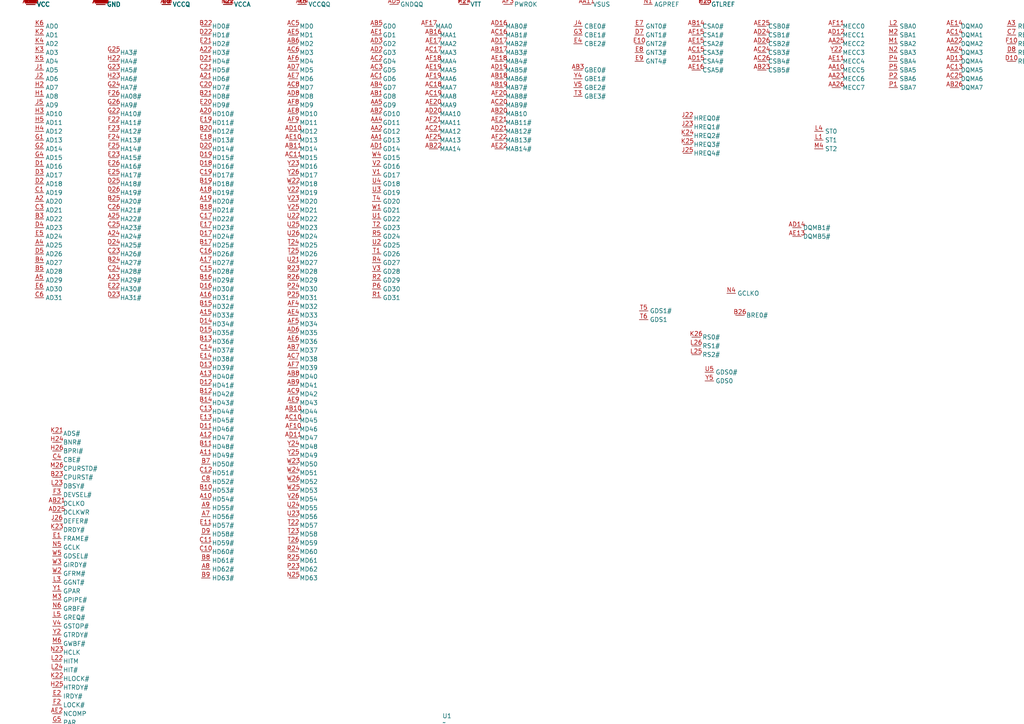
<source format=kicad_sch>
(kicad_sch (version 20231120) (generator "eeschema") (generator_version "8.0")
  (paper "A4")
  (lib_symbols
    (symbol "Library:VT82C694X"
      (property "Reference" "U" (at -19.05 106.68 0))
      (symbol "VT82C694X_0_0"
        (pin input line (at -92.71 93.98 0) (length 2.54) (name "GND") (number "A1"))
        (pin bidirectional line (at -62.23 -49.53 0) (length 2.54) (name "HD54#") (number "A10"))
        (pin bidirectional line (at -62.23 -36.83 0) (length 2.54) (name "HD49#") (number "A11"))
        (pin bidirectional line (at -62.23 -31.75 0) (length 2.54) (name "HD47#") (number "A12"))
        (pin bidirectional line (at -62.23 -13.97 0) (length 2.54) (name "HD40#") (number "A13"))
        (pin power_in line (at -92.71 93.98 0) (length 2.54) (name "GND") (number "A14"))
        (pin bidirectional line (at -62.23 3.81 0) (length 2.54) (name "HD33#") (number "A15"))
        (pin bidirectional line (at -62.23 8.89 0) (length 2.54) (name "HD31#") (number "A16"))
        (pin bidirectional line (at -62.23 19.05 0) (length 2.54) (name "HD27#") (number "A17"))
        (pin bidirectional line (at -62.23 39.37 0) (length 2.54) (name "HD19#") (number "A18"))
        (pin bidirectional line (at -62.23 36.83 0) (length 2.54) (name "HD20#") (number "A19"))
        (pin bidirectional line (at -110.49 36.83 0) (length 2.54) (name "AD20") (number "A2"))
        (pin bidirectional line (at -62.23 62.23 0) (length 2.54) (name "HD10#") (number "A20"))
        (pin bidirectional line (at -62.23 72.39 0) (length 2.54) (name "HD6#") (number "A21"))
        (pin bidirectional line (at -62.23 80.01 0) (length 2.54) (name "HD3#") (number "A22"))
        (pin bidirectional line (at -88.9 13.97 0) (length 2.54) (name "HA29#") (number "A23"))
        (pin bidirectional line (at -88.9 26.67 0) (length 2.54) (name "HA24#") (number "A24"))
        (pin bidirectional line (at -88.9 31.75 0) (length 2.54) (name "HA22#") (number "A25"))
        (pin power_in line (at -92.71 93.98 0) (length 2.54) (name "GND") (number "A26"))
        (pin input line (at 171.45 87.63 0) (length 2.54) (name "REQ0#") (number "A3"))
        (pin bidirectional line (at -110.49 24.13 0) (length 2.54) (name "AD25") (number "A4"))
        (pin bidirectional line (at -110.49 13.97 0) (length 2.54) (name "AD29") (number "A5"))
        (pin input line (at -105.41 -127 0) (length 2.54) (name "RESET#") (number "A6"))
        (pin bidirectional line (at -62.23 -54.61 0) (length 2.54) (name "HD56#") (number "A7"))
        (pin bidirectional line (at -62.23 -69.85 0) (length 2.54) (name "HD62#") (number "A8"))
        (pin bidirectional line (at -62.23 -52.07 0) (length 2.54) (name "HD55#") (number "A9"))
        (pin bidirectional line (at 120.65 74.93 0) (length 2.54) (name "MECC5") (number "AA10"))
        (pin power_in line (at 48.26 93.98 0) (length 2.54) (name "VSUS") (number "AA11"))
        (pin input line (at -105.41 -149.86 0) (length 2.54) (name "SUST#") (number "AA12"))
        (pin output line (at -105.41 -144.78 0) (length 2.54) (name "SRASB#") (number "AA17"))
        (pin power_in line (at -113.03 93.98 0) (length 2.54) (name "VCC") (number "AA18"))
        (pin power_in line (at -92.71 93.98 0) (length 2.54) (name "GND") (number "AA19"))
        (pin bidirectional line (at -12.7 57.15 0) (length 2.54) (name "GD12") (number "AA2"))
        (pin power_in line (at -113.03 93.98 0) (length 2.54) (name "VCC") (number "AA20"))
        (pin power_in line (at -92.71 93.98 0) (length 2.54) (name "GND") (number "AA21"))
        (pin output line (at 154.94 82.55 0) (length 2.54) (name "DQMA2") (number "AA22"))
        (pin bidirectional line (at 120.65 72.39 0) (length 2.54) (name "MECC6") (number "AA23"))
        (pin output line (at 154.94 80.01 0) (length 2.54) (name "DQMA3") (number "AA24"))
        (pin bidirectional line (at 120.65 82.55 0) (length 2.54) (name "MECC2") (number "AA25"))
        (pin bidirectional line (at 120.65 69.85 0) (length 2.54) (name "MECC7") (number "AA26"))
        (pin power_in line (at -73.66 93.98 0) (length 2.54) (name "VCCQ") (number "AA3"))
        (pin bidirectional line (at -12.7 59.69 0) (length 2.54) (name "GD11") (number "AA4"))
        (pin bidirectional line (at -12.7 64.77 0) (length 2.54) (name "GD9") (number "AA5"))
        (pin power_in line (at -92.71 93.98 0) (length 2.54) (name "GND") (number "AA6"))
        (pin input line (at -73.66 93.98 0) (length 2.54) (name "VCCQ") (number "AA7"))
        (pin power_in line (at -92.71 93.98 0) (length 2.54) (name "GND") (number "AA8"))
        (pin power_in line (at -113.03 93.98 0) (length 2.54) (name "VCC") (number "AA9"))
        (pin bidirectional line (at -12.7 67.31 0) (length 2.54) (name "GD8") (number "AB1"))
        (pin bidirectional line (at -36.83 -24.13 0) (length 2.54) (name "MD44") (number "AB10"))
        (pin bidirectional line (at -36.83 52.07 0) (length 2.54) (name "MD14") (number "AB11"))
        (pin power_in line (at -92.71 93.98 0) (length 2.54) (name "GND") (number "AB12"))
        (pin output line (at -105.41 -137.16 0) (length 2.54) (name "SCASB#") (number "AB13"))
        (pin output line (at 80.01 87.63 0) (length 2.54) (name "CSA0#") (number "AB14"))
        (pin power_in line (at -92.71 93.98 0) (length 2.54) (name "GND") (number "AB15"))
        (pin output line (at 3.81 85.09 0) (length 2.54) (name "MAA1") (number "AB16"))
        (pin output line (at 22.86 80.01 0) (length 2.54) (name "MAB3#") (number "AB17"))
        (pin output line (at 22.86 72.39 0) (length 2.54) (name "MAB6#") (number "AB18"))
        (pin bidirectional line (at -12.7 62.23 0) (length 2.54) (name "GD10") (number "AB2"))
        (pin output line (at 22.86 62.23 0) (length 2.54) (name "MAB10") (number "AB20"))
        (pin output line (at -105.41 -50.8 0) (length 2.54) (name "DCLKO") (number "AB21"))
        (pin output line (at 3.81 52.07 0) (length 2.54) (name "MAA14") (number "AB22"))
        (pin output line (at 99.06 74.93 0) (length 2.54) (name "CSB5#") (number "AB23"))
        (pin power_in line (at -92.71 93.98 0) (length 2.54) (name "GND") (number "AB24"))
        (pin power_in line (at -92.71 93.98 0) (length 2.54) (name "GND") (number "AB25"))
        (pin output line (at 154.94 69.85 0) (length 2.54) (name "DQMA7") (number "AB26"))
        (pin bidirectional line (at 45.72 74.93 0) (length 2.54) (name "GBE0#") (number "AB3"))
        (pin bidirectional line (at -12.7 69.85 0) (length 2.54) (name "GD7") (number "AB4"))
        (pin bidirectional line (at -12.7 87.63 0) (length 2.54) (name "GD0") (number "AB5"))
        (pin bidirectional line (at -36.83 82.55 0) (length 2.54) (name "MD2") (number "AB6"))
        (pin bidirectional line (at -36.83 -6.35 0) (length 2.54) (name "MD37") (number "AB7"))
        (pin bidirectional line (at -36.83 -13.97 0) (length 2.54) (name "MD40") (number "AB8"))
        (pin bidirectional line (at -36.83 -16.51 0) (length 2.54) (name "MD41") (number "AB9"))
        (pin bidirectional line (at -12.7 72.39 0) (length 2.54) (name "GD6") (number "AC1"))
        (pin bidirectional line (at -36.83 49.53 0) (length 2.54) (name "MD15") (number "AC11"))
        (pin output line (at -105.41 -154.94 0) (length 2.54) (name "SWEB#") (number "AC12"))
        (pin output line (at 154.94 74.93 0) (length 2.54) (name "DQMA5") (number "AC13"))
        (pin output line (at 154.94 85.09 0) (length 2.54) (name "DQMA1") (number "AC14"))
        (pin output line (at 80.01 80.01 0) (length 2.54) (name "CSA3#") (number "AC15"))
        (pin output line (at 22.86 85.09 0) (length 2.54) (name "MAB1#") (number "AC16"))
        (pin output line (at 3.81 80.01 0) (length 2.54) (name "MAA3") (number "AC17"))
        (pin output line (at 3.81 69.85 0) (length 2.54) (name "MAA7") (number "AC18"))
        (pin output line (at 3.81 67.31 0) (length 2.54) (name "MAA8") (number "AC19"))
        (pin bidirectional line (at -12.7 77.47 0) (length 2.54) (name "GD4") (number "AC2"))
        (pin output line (at 22.86 64.77 0) (length 2.54) (name "MAB9#") (number "AC20"))
        (pin output line (at 3.81 57.15 0) (length 2.54) (name "MAA12") (number "AC21"))
        (pin output line (at 187.96 87.63 0) (length 2.54) (name "CKE0") (number "AC22"))
        (pin output line (at 187.96 77.47 0) (length 2.54) (name "CKE4") (number "AC23"))
        (pin output line (at 99.06 80.01 0) (length 2.54) (name "CSB3#") (number "AC24"))
        (pin output line (at 154.94 72.39 0) (length 2.54) (name "DQMA6") (number "AC25"))
        (pin output line (at 99.06 77.47 0) (length 2.54) (name "CSB4#") (number "AC26"))
        (pin bidirectional line (at -12.7 74.93 0) (length 2.54) (name "GD5") (number "AC3"))
        (pin power_in line (at -92.71 93.98 0) (length 2.54) (name "GND") (number "AC4"))
        (pin bidirectional line (at -36.83 87.63 0) (length 2.54) (name "MD0") (number "AC5"))
        (pin bidirectional line (at -36.83 80.01 0) (length 2.54) (name "MD3") (number "AC6"))
        (pin bidirectional line (at -36.83 -8.89 0) (length 2.54) (name "MD38") (number "AC7"))
        (pin bidirectional line (at -36.83 69.85 0) (length 2.54) (name "MD7") (number "AC8"))
        (pin bidirectional line (at -36.83 -19.05 0) (length 2.54) (name "MD42") (number "AC9"))
        (pin bidirectional line (at -12.7 52.07 0) (length 2.54) (name "GD14") (number "AD1"))
        (pin bidirectional line (at -36.83 57.15 0) (length 2.54) (name "MD12") (number "AD10"))
        (pin bidirectional line (at -36.83 -31.75 0) (length 2.54) (name "MD47") (number "AD11"))
        (pin bidirectional line (at 120.65 85.09 0) (length 2.54) (name "MECC1") (number "AD12"))
        (pin output line (at 154.94 77.47 0) (length 2.54) (name "DQMA4") (number "AD13"))
        (pin output line (at 109.22 29.21 0) (length 2.54) (name "DQMB1#") (number "AD14"))
        (pin output line (at 80.01 77.47 0) (length 2.54) (name "CSA4#") (number "AD15"))
        (pin output line (at 22.86 87.63 0) (length 2.54) (name "MAB0#") (number "AD16"))
        (pin output line (at 22.86 82.55 0) (length 2.54) (name "MAB2#") (number "AD17"))
        (pin power_in line (at -92.71 93.98 0) (length 2.54) (name "GND") (number "AD18"))
        (pin output line (at 22.86 74.93 0) (length 2.54) (name "MAB5#") (number "AD19"))
        (pin bidirectional line (at -12.7 80.01 0) (length 2.54) (name "GD3") (number "AD2"))
        (pin output line (at 3.81 62.23 0) (length 2.54) (name "MAA10") (number "AD20"))
        (pin output line (at 22.86 57.15 0) (length 2.54) (name "MAB12#") (number "AD21"))
        (pin power_in line (at -92.71 93.98 0) (length 2.54) (name "GND") (number "AD22"))
        (pin output line (at 187.96 80.01 0) (length 2.54) (name "CKE3") (number "AD23"))
        (pin output line (at 99.06 85.09 0) (length 2.54) (name "CSB1#") (number "AD24"))
        (pin input line (at -105.41 -53.34 0) (length 2.54) (name "DCLKWR") (number "AD25"))
        (pin input line (at 99.06 82.55 0) (length 2.54) (name "CSB2#") (number "AD26"))
        (pin bidirectional line (at -12.7 82.55 0) (length 2.54) (name "GD2") (number "AD3"))
        (pin power_in line (at -34.29 93.98 0) (length 2.54) (name "VCCQQ") (number "AD4"))
        (pin power_in line (at -7.62 93.98 0) (length 2.54) (name "GNDQQ") (number "AD5"))
        (pin bidirectional line (at -36.83 -1.27 0) (length 2.54) (name "MD35") (number "AD6"))
        (pin bidirectional line (at -36.83 74.93 0) (length 2.54) (name "MD5") (number "AD7"))
        (pin bidirectional line (at -36.83 67.31 0) (length 2.54) (name "MD8") (number "AD8"))
        (pin power_in line (at -92.71 93.98 0) (length 2.54) (name "GND") (number "AD9"))
        (pin bidirectional line (at -36.83 54.61 0) (length 2.54) (name "MD13") (number "AE10"))
        (pin bidirectional line (at 120.65 77.47 0) (length 2.54) (name "MECC4") (number "AE11"))
        (pin output line (at -105.41 -152.4 0) (length 2.54) (name "SWEA#") (number "AE12"))
        (pin output line (at 109.22 26.67 0) (length 2.54) (name "DQMB5#") (number "AE13"))
        (pin output line (at 154.94 87.63 0) (length 2.54) (name "DQMA0") (number "AE14"))
        (pin output line (at 80.01 82.55 0) (length 2.54) (name "CSA2#") (number "AE15"))
        (pin output line (at 80.01 74.93 0) (length 2.54) (name "CSA5#") (number "AE16"))
        (pin output line (at 3.81 82.55 0) (length 2.54) (name "MAA2") (number "AE17"))
        (pin output line (at 22.86 77.47 0) (length 2.54) (name "MAB4#") (number "AE18"))
        (pin output line (at 3.81 74.93 0) (length 2.54) (name "MAA5") (number "AE19"))
        (pin input line (at -105.41 -111.76 0) (length 2.54) (name "NCOMP") (number "AE2"))
        (pin output line (at 3.81 64.77 0) (length 2.54) (name "MAA9") (number "AE20"))
        (pin output line (at 22.86 59.69 0) (length 2.54) (name "MAB11#") (number "AE21"))
        (pin output line (at 22.86 52.07 0) (length 2.54) (name "MAB14#") (number "AE22"))
        (pin power_in line (at -92.71 93.98 0) (length 2.54) (name "GND") (number "AE23"))
        (pin output line (at 187.96 82.55 0) (length 2.54) (name "CKE2") (number "AE24"))
        (pin output line (at 99.06 87.63 0) (length 2.54) (name "CSB0#") (number "AE25"))
        (pin power_in line (at -113.03 93.98 0) (length 2.54) (name "VCC") (number "AE26"))
        (pin output line (at -105.41 -162.56 0) (length 2.54) (name "WSC#") (number "AE3"))
        (pin bidirectional line (at -36.83 3.81 0) (length 2.54) (name "MD33") (number "AE4"))
        (pin bidirectional line (at -36.83 85.09 0) (length 2.54) (name "MD1") (number "AE5"))
        (pin bidirectional line (at -36.83 -3.81 0) (length 2.54) (name "MD36") (number "AE6"))
        (pin bidirectional line (at -36.83 72.39 0) (length 2.54) (name "MD6") (number "AE7"))
        (pin bidirectional line (at -36.83 62.23 0) (length 2.54) (name "MD10") (number "AE8"))
        (pin bidirectional line (at -36.83 -21.59 0) (length 2.54) (name "MD43") (number "AE9"))
        (pin power_in line (at -92.71 93.98 0) (length 2.54) (name "GND") (number "AF1"))
        (pin bidirectional line (at -36.83 -29.21 0) (length 2.54) (name "MD46") (number "AF10"))
        (pin bidirectional line (at 120.65 87.63 0) (length 2.54) (name "MECC0") (number "AF11"))
        (pin bidirectional line (at -105.41 -134.62 0) (length 2.54) (name "SCASA#") (number "AF12"))
        (pin power_in line (at -92.71 93.98 0) (length 2.54) (name "GND") (number "AF13"))
        (pin power_in line (at -113.03 93.98 0) (length 2.54) (name "VCC") (number "AF14"))
        (pin output line (at 80.01 85.09 0) (length 2.54) (name "CSA1#") (number "AF15"))
        (pin output line (at -105.41 -142.24 0) (length 2.54) (name "SRASA#") (number "AF16"))
        (pin output line (at 2.54 87.63 0) (length 2.54) (name "MAA0") (number "AF17"))
        (pin output line (at 3.81 77.47 0) (length 2.54) (name "MAA4") (number "AF18"))
        (pin output line (at 3.81 72.39 0) (length 2.54) (name "MAA6") (number "AF19"))
        (pin input line (at -105.41 -121.92 0) (length 2.54) (name "PCOMP") (number "AF2"))
        (pin output line (at 22.86 67.31 0) (length 2.54) (name "MAB8#") (number "AF20"))
        (pin output line (at 3.81 59.69 0) (length 2.54) (name "MAA11") (number "AF21"))
        (pin output line (at 22.86 54.61 0) (length 2.54) (name "MAB13#") (number "AF22"))
        (pin output line (at 187.96 85.09 0) (length 2.54) (name "CKE1") (number "AF23"))
        (pin output line (at 3.81 54.61 0) (length 2.54) (name "MAA13") (number "AF25"))
        (pin input line (at 25.4 93.98 0) (length 2.54) (name "PWROK") (number "AF3"))
        (pin bidirectional line (at -36.83 6.35 0) (length 2.54) (name "MD32") (number "AF4"))
        (pin bidirectional line (at -36.83 1.27 0) (length 2.54) (name "MD34") (number "AF5"))
        (pin bidirectional line (at -36.83 77.47 0) (length 2.54) (name "MD4") (number "AF6"))
        (pin bidirectional line (at -36.83 -11.43 0) (length 2.54) (name "MD39") (number "AF7"))
        (pin bidirectional line (at -36.83 64.77 0) (length 2.54) (name "MD9") (number "AF8"))
        (pin bidirectional line (at -36.83 59.69 0) (length 2.54) (name "MD11") (number "AF9"))
        (pin power_in line (at -113.03 93.98 0) (length 2.54) (name "VCC") (number "B1"))
        (pin bidirectional line (at -62.23 -46.99 0) (length 2.54) (name "HD53#") (number "B10"))
        (pin bidirectional line (at -62.23 -34.29 0) (length 2.54) (name "HD48#") (number "B11"))
        (pin bidirectional line (at -62.23 -19.05 0) (length 2.54) (name "HD42#") (number "B12"))
        (pin bidirectional line (at -62.23 -3.81 0) (length 2.54) (name "HD36#") (number "B13"))
        (pin bidirectional line (at -62.23 -21.59 0) (length 2.54) (name "HD43#") (number "B14"))
        (pin bidirectional line (at -62.23 6.35 0) (length 2.54) (name "HD32#") (number "B15"))
        (pin bidirectional line (at -62.23 13.97 0) (length 2.54) (name "HD29#") (number "B16"))
        (pin bidirectional line (at -62.23 24.13 0) (length 2.54) (name "HD25#") (number "B17"))
        (pin bidirectional line (at -62.23 34.29 0) (length 2.54) (name "HD21#") (number "B18"))
        (pin bidirectional line (at -62.23 41.91 0) (length 2.54) (name "HD18#") (number "B19"))
        (pin input line (at -105.41 -119.38 0) (length 2.54) (name "PCLK") (number "B2"))
        (pin bidirectional line (at -62.23 57.15 0) (length 2.54) (name "HD12#") (number "B20"))
        (pin bidirectional line (at -62.23 67.31 0) (length 2.54) (name "HD8#") (number "B21"))
        (pin bidirectional line (at -62.23 87.63 0) (length 2.54) (name "HD0#") (number "B22"))
        (pin output line (at -105.41 -43.18 0) (length 2.54) (name "CPURST#") (number "B23"))
        (pin bidirectional line (at -88.9 19.05 0) (length 2.54) (name "HA27#") (number "B24"))
        (pin bidirectional line (at -88.9 36.83 0) (length 2.54) (name "HA20#") (number "B25"))
        (pin output line (at 92.71 3.81 0) (length 2.54) (name "BRE0#") (number "B26"))
        (pin bidirectional line (at -110.49 31.75 0) (length 2.54) (name "AD22") (number "B3"))
        (pin bidirectional line (at -110.49 19.05 0) (length 2.54) (name "AD27") (number "B4"))
        (pin bidirectional line (at -110.49 16.51 0) (length 2.54) (name "AD28") (number "B5"))
        (pin input line (at -105.41 -124.46 0) (length 2.54) (name "PREQ") (number "B6"))
        (pin bidirectional line (at -62.23 -39.37 0) (length 2.54) (name "HD50#") (number "B7"))
        (pin bidirectional line (at -62.23 -67.31 0) (length 2.54) (name "HD61#") (number "B8"))
        (pin bidirectional line (at -62.23 -72.39 0) (length 2.54) (name "HD63#") (number "B9"))
        (pin bidirectional line (at -110.49 39.37 0) (length 2.54) (name "AD19") (number "C1"))
        (pin bidirectional line (at -62.23 -64.77 0) (length 2.54) (name "HD60#") (number "C10"))
        (pin bidirectional line (at -62.23 -62.23 0) (length 2.54) (name "HD59#") (number "C11"))
        (pin bidirectional line (at -62.23 -41.91 0) (length 2.54) (name "HD51#") (number "C12"))
        (pin bidirectional line (at -62.23 -24.13 0) (length 2.54) (name "HD44#") (number "C13"))
        (pin bidirectional line (at -62.23 -6.35 0) (length 2.54) (name "HD37#") (number "C14"))
        (pin bidirectional line (at -62.23 16.51 0) (length 2.54) (name "HD28#") (number "C15"))
        (pin bidirectional line (at -62.23 21.59 0) (length 2.54) (name "HD26#") (number "C16"))
        (pin bidirectional line (at -62.23 31.75 0) (length 2.54) (name "HD22#") (number "C17"))
        (pin power_in line (at -92.71 93.98 0) (length 2.54) (name "GND") (number "C18"))
        (pin bidirectional line (at -62.23 44.45 0) (length 2.54) (name "HD17#") (number "C19"))
        (pin power_in line (at -113.03 93.98 0) (length 2.54) (name "VCC") (number "C2"))
        (pin bidirectional line (at -62.23 69.85 0) (length 2.54) (name "HD7#") (number "C20"))
        (pin bidirectional line (at -62.23 74.93 0) (length 2.54) (name "HD5#") (number "C21"))
        (pin power_in line (at -92.71 93.98 0) (length 2.54) (name "GND") (number "C22"))
        (pin bidirectional line (at -88.9 21.59 0) (length 2.54) (name "HA26#") (number "C23"))
        (pin bidirectional line (at -88.9 16.51 0) (length 2.54) (name "HA28#") (number "C24"))
        (pin bidirectional line (at -88.9 29.21 0) (length 2.54) (name "HA23#") (number "C25"))
        (pin bidirectional line (at -88.9 34.29 0) (length 2.54) (name "HA21#") (number "C26"))
        (pin bidirectional line (at -110.49 34.29 0) (length 2.54) (name "AD21") (number "C3"))
        (pin bidirectional line (at -105.41 -38.1 0) (length 2.54) (name "CBE#") (number "C4"))
        (pin power_in line (at -92.71 93.98 0) (length 2.54) (name "GND") (number "C5"))
        (pin bidirectional line (at -110.49 8.89 0) (length 2.54) (name "AD31") (number "C6"))
        (pin input line (at 171.45 85.09 0) (length 2.54) (name "REQ1#") (number "C7"))
        (pin power_in line (at -92.71 93.98 0) (length 2.54) (name "GND") (number "C9"))
        (pin bidirectional line (at -110.49 46.99 0) (length 2.54) (name "AD16") (number "D1"))
        (pin input line (at 171.45 77.47 0) (length 2.54) (name "REQ4#") (number "D10"))
        (pin bidirectional line (at -62.23 -29.21 0) (length 2.54) (name "HD46#") (number "D11"))
        (pin bidirectional line (at -62.23 -16.51 0) (length 2.54) (name "HD41#") (number "D12"))
        (pin bidirectional line (at -62.23 -11.43 0) (length 2.54) (name "HD39#") (number "D13"))
        (pin bidirectional line (at -62.23 1.27 0) (length 2.54) (name "HD34#") (number "D14"))
        (pin bidirectional line (at -62.23 -1.27 0) (length 2.54) (name "HD35#") (number "D15"))
        (pin bidirectional line (at -62.23 11.43 0) (length 2.54) (name "HD30#") (number "D16"))
        (pin bidirectional line (at -62.23 26.67 0) (length 2.54) (name "HD24#") (number "D17"))
        (pin bidirectional line (at -62.23 46.99 0) (length 2.54) (name "HD16#") (number "D18"))
        (pin bidirectional line (at -62.23 49.53 0) (length 2.54) (name "HD15#") (number "D19"))
        (pin bidirectional line (at -110.49 41.91 0) (length 2.54) (name "AD18") (number "D2"))
        (pin bidirectional line (at -62.23 52.07 0) (length 2.54) (name "HD14#") (number "D20"))
        (pin bidirectional line (at -62.23 77.47 0) (length 2.54) (name "HD4#") (number "D21"))
        (pin bidirectional line (at -62.23 85.09 0) (length 2.54) (name "HD1#") (number "D22"))
        (pin bidirectional line (at -88.9 8.89 0) (length 2.54) (name "HA31#") (number "D23"))
        (pin bidirectional line (at -88.9 24.13 0) (length 2.54) (name "HA25#") (number "D24"))
        (pin bidirectional line (at -88.9 41.91 0) (length 2.54) (name "HA18#") (number "D25"))
        (pin bidirectional line (at -88.9 39.37 0) (length 2.54) (name "HA19#") (number "D26"))
        (pin bidirectional line (at -110.49 44.45 0) (length 2.54) (name "AD17") (number "D3"))
        (pin bidirectional line (at -110.49 29.21 0) (length 2.54) (name "AD23") (number "D4"))
        (pin bidirectional line (at -110.49 21.59 0) (length 2.54) (name "AD26") (number "D5"))
        (pin output line (at -105.41 -116.84 0) (length 2.54) (name "PGNT#") (number "D6"))
        (pin output line (at 63.5 85.09 0) (length 2.54) (name "GNT1#") (number "D7"))
        (pin input line (at 171.45 80.01 0) (length 2.54) (name "REQ3#") (number "D8"))
        (pin bidirectional line (at -62.23 -59.69 0) (length 2.54) (name "HD58#") (number "D9"))
        (pin bidirectional line (at -105.41 -60.96 0) (length 2.54) (name "FRAME#") (number "E1"))
        (pin output line (at 63.5 82.55 0) (length 2.54) (name "GNT2#") (number "E10"))
        (pin bidirectional line (at -62.23 -57.15 0) (length 2.54) (name "HD57#") (number "E11"))
        (pin power_in line (at -92.71 93.98 0) (length 2.54) (name "GND") (number "E12"))
        (pin bidirectional line (at -62.23 -26.67 0) (length 2.54) (name "HD45#") (number "E13"))
        (pin bidirectional line (at -62.23 -8.89 0) (length 2.54) (name "HD38#") (number "E14"))
        (pin power_in line (at -92.71 93.98 0) (length 2.54) (name "GND") (number "E15"))
        (pin input line (at 82.55 93.98 0) (length 2.54) (name "GTLREF") (number "E16"))
        (pin bidirectional line (at -62.23 29.21 0) (length 2.54) (name "HD23#") (number "E17"))
        (pin bidirectional line (at -62.23 54.61 0) (length 2.54) (name "HD13#") (number "E18"))
        (pin bidirectional line (at -62.23 59.69 0) (length 2.54) (name "HD11#") (number "E19"))
        (pin bidirectional line (at -105.41 -106.68 0) (length 2.54) (name "IRDY#") (number "E2"))
        (pin bidirectional line (at -62.23 64.77 0) (length 2.54) (name "HD9#") (number "E20"))
        (pin bidirectional line (at -62.23 82.55 0) (length 2.54) (name "HD2#") (number "E21"))
        (pin bidirectional line (at -88.9 11.43 0) (length 2.54) (name "HA30#") (number "E22"))
        (pin bidirectional line (at -88.9 49.53 0) (length 2.54) (name "HA15#") (number "E23"))
        (pin power_in line (at -92.71 93.98 0) (length 2.54) (name "GND") (number "E24"))
        (pin bidirectional line (at -88.9 44.45 0) (length 2.54) (name "HA17#") (number "E25"))
        (pin bidirectional line (at -88.9 46.99 0) (length 2.54) (name "HA16#") (number "E26"))
        (pin power_in line (at -92.71 93.98 0) (length 2.54) (name "GND") (number "E3"))
        (pin bidirectional line (at 45.72 82.55 0) (length 2.54) (name "CBE2#") (number "E4"))
        (pin bidirectional line (at -110.49 26.67 0) (length 2.54) (name "AD24") (number "E5"))
        (pin bidirectional line (at -110.49 11.43 0) (length 2.54) (name "AD30") (number "E6"))
        (pin output line (at 63.5 87.63 0) (length 2.54) (name "GNT0#") (number "E7"))
        (pin output line (at 63.5 77.47 0) (length 2.54) (name "GNT4#") (number "E9"))
        (pin bidirectional line (at -105.41 -139.7 0) (length 2.54) (name "SERR#") (number "F1"))
        (pin power_in line (at 12.7 93.98 0) (length 2.54) (name "VTT") (number "F17"))
        (pin power_in line (at -113.03 93.98 0) (length 2.54) (name "VCC") (number "F18"))
        (pin power_in line (at -92.71 93.98 0) (length 2.54) (name "GND") (number "F19"))
        (pin bidirectional line (at -105.41 -109.22 0) (length 2.54) (name "LOCK#") (number "F2"))
        (pin power_in line (at -92.71 93.98 0) (length 2.54) (name "GND") (number "F21"))
        (pin bidirectional line (at -88.9 59.69 0) (length 2.54) (name "HA11#") (number "F22"))
        (pin bidirectional line (at -88.9 57.15 0) (length 2.54) (name "HA12#") (number "F23"))
        (pin bidirectional line (at -88.9 54.61 0) (length 2.54) (name "HA13#") (number "F24"))
        (pin bidirectional line (at -88.9 52.07 0) (length 2.54) (name "HA14#") (number "F25"))
        (pin bidirectional line (at -88.9 67.31 0) (length 2.54) (name "HA08#") (number "F26"))
        (pin bidirectional line (at -105.41 -48.26 0) (length 2.54) (name "DEVSEL#") (number "F3"))
        (pin bidirectional line (at -105.41 -147.32 0) (length 2.54) (name "STOP#") (number "F4"))
        (pin bidirectional line (at -105.41 -160.02 0) (length 2.54) (name "TRDY#") (number "F5"))
        (pin power_in line (at -92.71 93.98 0) (length 2.54) (name "GND") (number "F6"))
        (pin power_in line (at -113.03 93.98 0) (length 2.54) (name "VCC") (number "F7"))
        (pin power_in line (at -92.71 93.98 0) (length 2.54) (name "GND") (number "F8"))
        (pin power_in line (at -113.03 93.98 0) (length 2.54) (name "VCC") (number "F9"))
        (pin bidirectional line (at -110.49 54.61 0) (length 2.54) (name "AD13") (number "G1"))
        (pin bidirectional line (at -110.49 52.07 0) (length 2.54) (name "AD14") (number "G2"))
        (pin power_in line (at -113.03 93.98 0) (length 2.54) (name "VCC") (number "G21"))
        (pin bidirectional line (at -88.9 62.23 0) (length 2.54) (name "HA10#") (number "G22"))
        (pin bidirectional line (at -88.9 74.93 0) (length 2.54) (name "HA5#") (number "G23"))
        (pin bidirectional line (at -88.9 69.85 0) (length 2.54) (name "HA7#") (number "G24"))
        (pin bidirectional line (at -88.9 80.01 0) (length 2.54) (name "HA3#") (number "G25"))
        (pin bidirectional line (at -88.9 64.77 0) (length 2.54) (name "HA9#") (number "G26"))
        (pin bidirectional line (at 45.72 85.09 0) (length 2.54) (name "CBE1#") (number "G3"))
        (pin bidirectional line (at -110.49 49.53 0) (length 2.54) (name "AD15") (number "G4"))
        (pin bidirectional line (at -105.41 -114.3 0) (length 2.54) (name "PAR") (number "G5"))
        (pin power_in line (at -113.03 93.98 0) (length 2.54) (name "VCC") (number "G6"))
        (pin bidirectional line (at -110.49 67.31 0) (length 2.54) (name "AD8") (number "H1"))
        (pin bidirectional line (at -110.49 69.85 0) (length 2.54) (name "AD7") (number "H2"))
        (pin power_in line (at -92.71 93.98 0) (length 2.54) (name "GND") (number "H21"))
        (pin bidirectional line (at -88.9 77.47 0) (length 2.54) (name "HA4#") (number "H22"))
        (pin bidirectional line (at -88.9 72.39 0) (length 2.54) (name "HA6#") (number "H23"))
        (pin bidirectional line (at -105.41 -33.02 0) (length 2.54) (name "BNR#") (number "H24"))
        (pin bidirectional line (at -105.41 -104.14 0) (length 2.54) (name "HTRDY#") (number "H25"))
        (pin bidirectional line (at -105.41 -35.56 0) (length 2.54) (name "BPRI#") (number "H26"))
        (pin bidirectional line (at -110.49 62.23 0) (length 2.54) (name "AD10") (number "H3"))
        (pin bidirectional line (at -110.49 57.15 0) (length 2.54) (name "AD12") (number "H4"))
        (pin bidirectional line (at -110.49 59.69 0) (length 2.54) (name "AD11") (number "H5"))
        (pin power_in line (at -92.71 93.98 0) (length 2.54) (name "GND") (number "H6"))
        (pin bidirectional line (at -110.49 74.93 0) (length 2.54) (name "AD5") (number "J1"))
        (pin bidirectional line (at -110.49 72.39 0) (length 2.54) (name "AD6") (number "J2"))
        (pin power_in line (at -113.03 93.98 0) (length 2.54) (name "VCC") (number "J21"))
        (pin bidirectional line (at 77.47 60.96 0) (length 2.54) (name "HREQ0#") (number "J22"))
        (pin bidirectional line (at 77.47 58.42 0) (length 2.54) (name "HREQ1#") (number "J23"))
        (pin power_in line (at -92.71 93.98 0) (length 2.54) (name "GND") (number "J24"))
        (pin bidirectional line (at 77.47 50.8 0) (length 2.54) (name "HREQ4#") (number "J25"))
        (pin bidirectional line (at -105.41 -55.88 0) (length 2.54) (name "DEFER#") (number "J26"))
        (pin power_in line (at -92.71 93.98 0) (length 2.54) (name "GND") (number "J3"))
        (pin bidirectional line (at 45.72 87.63 0) (length 2.54) (name "CBE0#") (number "J4"))
        (pin bidirectional line (at -110.49 64.77 0) (length 2.54) (name "AD9") (number "J5"))
        (pin power_in line (at -113.03 93.98 0) (length 2.54) (name "VCC") (number "J6"))
        (pin power_in line (at -92.71 93.98 0) (length 2.54) (name "GND") (number "K1"))
        (pin bidirectional line (at -110.49 85.09 0) (length 2.54) (name "AD1") (number "K2"))
        (pin bidirectional line (at -105.41 -30.48 0) (length 2.54) (name "ADS#") (number "K21"))
        (pin input line (at -105.41 -101.6 0) (length 2.54) (name "HLOCK#") (number "K22"))
        (pin bidirectional line (at -105.41 -58.42 0) (length 2.54) (name "DRDY#") (number "K23"))
        (pin bidirectional line (at 77.47 55.88 0) (length 2.54) (name "HREQ2#") (number "K24"))
        (pin bidirectional line (at 77.47 53.34 0) (length 2.54) (name "HREQ3#") (number "K25"))
        (pin bidirectional line (at 80.01 -2.54 0) (length 2.54) (name "RS0#") (number "K26"))
        (pin bidirectional line (at -110.49 80.01 0) (length 2.54) (name "AD3") (number "K3"))
        (pin bidirectional line (at -110.49 82.55 0) (length 2.54) (name "AD2") (number "K4"))
        (pin bidirectional line (at -110.49 77.47 0) (length 2.54) (name "AD4") (number "K5"))
        (pin power_in line (at -92.71 93.98 0) (length 2.54) (name "GND") (number "K7"))
        (pin output line (at 115.57 54.61 0) (length 2.54) (name "ST1") (number "L1"))
        (pin power_in line (at -113.03 93.98 0) (length 2.54) (name "VCC") (number "L11"))
        (pin power_in line (at -92.71 93.98 0) (length 2.54) (name "GND") (number "L12"))
        (pin power_in line (at -113.03 93.98 0) (length 2.54) (name "VCC") (number "L16"))
        (pin input line (at 137.16 87.63 0) (length 2.54) (name "SBA0") (number "L2"))
        (pin input line (at -105.41 -96.52 0) (length 2.54) (name "HITM") (number "L22"))
        (pin bidirectional line (at -105.41 -45.72 0) (length 2.54) (name "DBSY#") (number "L23"))
        (pin bidirectional line (at -105.41 -99.06 0) (length 2.54) (name "HIT#") (number "L24"))
        (pin bidirectional line (at 80.01 -7.62 0) (length 2.54) (name "RS2#") (number "L25"))
        (pin output line (at -105.41 -73.66 0) (length 2.54) (name "GGNT#") (number "L3"))
        (pin output line (at 115.57 57.15 0) (length 2.54) (name "ST0") (number "L4"))
        (pin input line (at -73.66 93.98 0) (length 2.54) (name "VCCQ") (number "L6"))
        (pin power_in line (at -73.66 93.98 0) (length 2.54) (name "VCCQ") (number "L7"))
        (pin input line (at 137.16 82.55 0) (length 2.54) (name "SBA2") (number "M1"))
        (pin power_in line (at -92.71 93.98 0) (length 2.54) (name "GND") (number "M11"))
        (pin power_in line (at -113.03 93.98 0) (length 2.54) (name "VCC") (number "M12"))
        (pin power_in line (at -92.71 93.98 0) (length 2.54) (name "GND") (number "M13"))
        (pin power_in line (at -92.71 93.98 0) (length 2.54) (name "GND") (number "M14"))
        (pin power_in line (at -113.03 93.98 0) (length 2.54) (name "VCC") (number "M15"))
        (pin power_in line (at -92.71 93.98 0) (length 2.54) (name "GND") (number "M16"))
        (pin input line (at 137.16 85.09 0) (length 2.54) (name "SBA1") (number "M2"))
        (pin power_in line (at -132.08 93.98 0) (length 2.54) (name "GNDA") (number "M21"))
        (pin power_in line (at -132.08 93.98 0) (length 2.54) (name "GNDA") (number "M22"))
        (pin input line (at 82.55 93.98 0) (length 2.54) (name "GTLREF") (number "M23"))
        (pin power_in line (at 12.7 93.98 0) (length 2.54) (name "VTT") (number "M24"))
        (pin input line (at -105.41 -157.48 0) (length 2.54) (name "TESTIN#") (number "M25"))
        (pin output line (at -105.41 -40.64 0) (length 2.54) (name "CPURSTD#") (number "M26"))
        (pin input line (at -105.41 -78.74 0) (length 2.54) (name "GPIPE#") (number "M3"))
        (pin output line (at 115.57 52.07 0) (length 2.54) (name "ST2") (number "M4"))
        (pin input line (at -105.41 -132.08 0) (length 2.54) (name "SBS#") (number "M5"))
        (pin input line (at -105.41 -91.44 0) (length 2.54) (name "GWBF#") (number "M6"))
        (pin power_in line (at 66.04 93.98 0) (length 2.54) (name "AGPREF") (number "N1"))
        (pin power_in line (at -113.03 93.98 0) (length 2.54) (name "VCC") (number "N11"))
        (pin power_in line (at -92.71 93.98 0) (length 2.54) (name "GND") (number "N12"))
        (pin power_in line (at -92.71 93.98 0) (length 2.54) (name "GND") (number "N13"))
        (pin power_in line (at -92.71 93.98 0) (length 2.54) (name "GND") (number "N14"))
        (pin power_in line (at -92.71 93.98 0) (length 2.54) (name "GND") (number "N15"))
        (pin power_in line (at -113.03 93.98 0) (length 2.54) (name "VCC") (number "N16"))
        (pin input line (at 137.16 80.01 0) (length 2.54) (name "SBA3") (number "N2"))
        (pin power_in line (at -55.88 93.98 0) (length 2.54) (name "VCCA") (number "N21"))
        (pin power_in line (at -55.88 93.98 0) (length 2.54) (name "VCCA") (number "N22"))
        (pin input line (at -105.41 -93.98 0) (length 2.54) (name "HCLK") (number "N23"))
        (pin power_in line (at -92.71 93.98 0) (length 2.54) (name "GND") (number "N24"))
        (pin bidirectional line (at -36.83 -72.39 0) (length 2.54) (name "MD63") (number "N25"))
        (pin power_in line (at -113.03 93.98 0) (length 2.54) (name "VCC") (number "N26"))
        (pin input line (at -105.41 -129.54 0) (length 2.54) (name "SBS") (number "N3"))
        (pin output line (at 90.17 10.16 0) (length 2.54) (name "GCLKO") (number "N4"))
        (pin input line (at -105.41 -63.5 0) (length 2.54) (name "GCLK") (number "N5"))
        (pin input line (at -105.41 -81.28 0) (length 2.54) (name "GRBF#") (number "N6"))
        (pin input line (at 137.16 69.85 0) (length 2.54) (name "SBA7") (number "P1"))
        (pin power_in line (at -92.71 93.98 0) (length 2.54) (name "GND") (number "P12"))
        (pin power_in line (at -92.71 93.98 0) (length 2.54) (name "GND") (number "P14"))
        (pin power_in line (at -92.71 93.98 0) (length 2.54) (name "GND") (number "P15"))
        (pin power_in line (at -113.03 93.98 0) (length 2.54) (name "VCC") (number "P16"))
        (pin input line (at 137.16 72.39 0) (length 2.54) (name "SBA6") (number "P2"))
        (pin power_in line (at -92.71 93.98 0) (length 2.54) (name "GND") (number "P22"))
        (pin bidirectional line (at -36.83 -69.85 0) (length 2.54) (name "MD62") (number "P23"))
        (pin bidirectional line (at -36.83 11.43 0) (length 2.54) (name "MD30") (number "P24"))
        (pin bidirectional line (at -36.83 8.89 0) (length 2.54) (name "MD31") (number "P25"))
        (pin power_in line (at -92.71 93.98 0) (length 2.54) (name "GND") (number "P3"))
        (pin input line (at 137.16 77.47 0) (length 2.54) (name "SBA4") (number "P4"))
        (pin input line (at 137.16 74.93 0) (length 2.54) (name "SBA5") (number "P5"))
        (pin bidirectional line (at -12.7 11.43 0) (length 2.54) (name "GD30") (number "P6"))
        (pin power_in line (at -92.71 93.98 0) (length 2.54) (name "GND") (number "P7"))
        (pin bidirectional line (at -12.7 8.89 0) (length 2.54) (name "GD31") (number "R1"))
        (pin power_in line (at -92.71 93.98 0) (length 2.54) (name "GND") (number "R11"))
        (pin power_in line (at -113.03 93.98 0) (length 2.54) (name "VCC") (number "R12"))
        (pin power_in line (at -92.71 93.98 0) (length 2.54) (name "GND") (number "R13"))
        (pin power_in line (at -92.71 93.98 0) (length 2.54) (name "GND") (number "R14"))
        (pin power_in line (at -113.03 93.98 0) (length 2.54) (name "VCC") (number "R15"))
        (pin power_in line (at -92.71 93.98 0) (length 2.54) (name "GND") (number "R16"))
        (pin bidirectional line (at -12.7 13.97 0) (length 2.54) (name "GD29") (number "R2"))
        (pin power_in line (at -92.71 93.98 0) (length 2.54) (name "GND") (number "R22"))
        (pin bidirectional line (at -36.83 16.51 0) (length 2.54) (name "MD28") (number "R23"))
        (pin bidirectional line (at -36.83 -64.77 0) (length 2.54) (name "MD60") (number "R24"))
        (pin bidirectional line (at -36.83 -67.31 0) (length 2.54) (name "MD61") (number "R25"))
        (pin bidirectional line (at -36.83 13.97 0) (length 2.54) (name "MD29") (number "R26"))
        (pin bidirectional line (at -12.7 19.05 0) (length 2.54) (name "GD27") (number "R4"))
        (pin bidirectional line (at -12.7 26.67 0) (length 2.54) (name "GD24") (number "R5"))
        (pin power_in line (at -73.66 93.98 0) (length 2.54) (name "VCCQ") (number "R6"))
        (pin power_in line (at -73.66 93.98 0) (length 2.54) (name "VCCQ") (number "R7"))
        (pin bidirectional line (at -12.7 21.59 0) (length 2.54) (name "GD26") (number "T1"))
        (pin power_in line (at -113.03 93.98 0) (length 2.54) (name "VCC") (number "T11"))
        (pin power_in line (at -92.71 93.98 0) (length 2.54) (name "GND") (number "T12"))
        (pin power_in line (at -113.03 93.98 0) (length 2.54) (name "VCC") (number "T13"))
        (pin power_in line (at -113.03 93.98 0) (length 2.54) (name "VCC") (number "T14"))
        (pin power_in line (at -92.71 93.98 0) (length 2.54) (name "GND") (number "T15"))
        (pin power_in line (at -113.03 93.98 0) (length 2.54) (name "VCC") (number "T16"))
        (pin bidirectional line (at -12.7 29.21 0) (length 2.54) (name "GD23") (number "T2"))
        (pin bidirectional line (at -36.83 -57.15 0) (length 2.54) (name "MD57") (number "T22"))
        (pin bidirectional line (at -36.83 -59.69 0) (length 2.54) (name "MD58") (number "T23"))
        (pin bidirectional line (at -36.83 24.13 0) (length 2.54) (name "MD25") (number "T24"))
        (pin bidirectional line (at -36.83 21.59 0) (length 2.54) (name "MD26") (number "T25"))
        (pin bidirectional line (at -36.83 -62.23 0) (length 2.54) (name "MD59") (number "T26"))
        (pin bidirectional line (at 45.72 67.31 0) (length 2.54) (name "GBE3#") (number "T3"))
        (pin bidirectional line (at -12.7 36.83 0) (length 2.54) (name "GD20") (number "T4"))
        (pin bidirectional line (at 64.77 5.08 0) (length 2.54) (name "GDS1#") (number "T5"))
        (pin bidirectional line (at 64.77 2.54 0) (length 2.54) (name "GDS1") (number "T6"))
        (pin bidirectional line (at -12.7 31.75 0) (length 2.54) (name "GD22") (number "U1"))
        (pin bidirectional line (at -12.7 24.13 0) (length 2.54) (name "GD25") (number "U2"))
        (pin bidirectional line (at -36.83 19.05 0) (length 2.54) (name "MD27") (number "U21"))
        (pin bidirectional line (at -36.83 31.75 0) (length 2.54) (name "MD22") (number "U22"))
        (pin bidirectional line (at -36.83 -54.61 0) (length 2.54) (name "MD56") (number "U23"))
        (pin bidirectional line (at -36.83 -52.07 0) (length 2.54) (name "MD55") (number "U24"))
        (pin bidirectional line (at -36.83 29.21 0) (length 2.54) (name "MD23") (number "U25"))
        (pin bidirectional line (at -36.83 26.67 0) (length 2.54) (name "MD24") (number "U26"))
        (pin bidirectional line (at -12.7 39.37 0) (length 2.54) (name "GD19") (number "U3"))
        (pin bidirectional line (at -12.7 41.91 0) (length 2.54) (name "GD18") (number "U4"))
        (pin bidirectional line (at 83.82 -12.7 0) (length 2.54) (name "GDS0#") (number "U5"))
        (pin power_in line (at -92.71 93.98 0) (length 2.54) (name "GND") (number "U6"))
        (pin power_in line (at -132.08 93.98 0) (length 2.54) (name "GNDA") (number "U7"))
        (pin bidirectional line (at -12.7 44.45 0) (length 2.54) (name "GD17") (number "V1"))
        (pin bidirectional line (at -12.7 46.99 0) (length 2.54) (name "GD16") (number "V2"))
        (pin power_in line (at -113.03 93.98 0) (length 2.54) (name "VCC") (number "V21"))
        (pin bidirectional line (at -36.83 39.37 0) (length 2.54) (name "MD19") (number "V22"))
        (pin bidirectional line (at -36.83 36.83 0) (length 2.54) (name "MD20") (number "V23"))
        (pin power_in line (at -92.71 93.98 0) (length 2.54) (name "GND") (number "V24"))
        (pin bidirectional line (at -36.83 34.29 0) (length 2.54) (name "MD21") (number "V25"))
        (pin bidirectional line (at -36.83 -49.53 0) (length 2.54) (name "MD54") (number "V26"))
        (pin bidirectional line (at -12.7 16.51 0) (length 2.54) (name "GD28") (number "V3"))
        (pin bidirectional line (at -105.41 -86.36 0) (length 2.54) (name "GSTOP#") (number "V4"))
        (pin bidirectional line (at 45.72 69.85 0) (length 2.54) (name "GBE2#") (number "V5"))
        (pin power_in line (at -55.88 93.98 0) (length 2.54) (name "VCCA") (number "V6"))
        (pin bidirectional line (at -12.7 34.29 0) (length 2.54) (name "GD21") (number "W1"))
        (pin bidirectional line (at -105.41 -71.12 0) (length 2.54) (name "GFRM#") (number "W2"))
        (pin power_in line (at -132.08 93.98 0) (length 2.54) (name "GNDA") (number "W21"))
        (pin bidirectional line (at -36.83 41.91 0) (length 2.54) (name "MD18") (number "W22"))
        (pin bidirectional line (at -36.83 -39.37 0) (length 2.54) (name "MD50") (number "W23"))
        (pin bidirectional line (at -36.83 -41.91 0) (length 2.54) (name "MD51") (number "W24"))
        (pin bidirectional line (at -36.83 -46.99 0) (length 2.54) (name "MD53") (number "W25"))
        (pin bidirectional line (at -36.83 -44.45 0) (length 2.54) (name "MD52") (number "W26"))
        (pin bidirectional line (at -105.41 -68.58 0) (length 2.54) (name "GIRDY#") (number "W3"))
        (pin bidirectional line (at -12.7 49.53 0) (length 2.54) (name "GD15") (number "W4"))
        (pin bidirectional line (at -105.41 -66.04 0) (length 2.54) (name "GDSEL#") (number "W5"))
        (pin power_in line (at -34.29 93.98 0) (length 2.54) (name "VCCQ") (number "W6"))
        (pin bidirectional line (at -105.41 -76.2 0) (length 2.54) (name "GPAR") (number "Y1"))
        (pin bidirectional line (at -105.41 -88.9 0) (length 2.54) (name "GTRDY#") (number "Y2"))
        (pin power_in line (at -55.88 93.98 0) (length 2.54) (name "VCCA") (number "Y21"))
        (pin bidirectional line (at 120.65 80.01 0) (length 2.54) (name "MECC3") (number "Y22"))
        (pin bidirectional line (at -36.83 46.99 0) (length 2.54) (name "MD16") (number "Y23"))
        (pin bidirectional line (at -36.83 -34.29 0) (length 2.54) (name "MD48") (number "Y24"))
        (pin bidirectional line (at -36.83 -36.83 0) (length 2.54) (name "MD49") (number "Y25"))
        (pin bidirectional line (at -36.83 44.45 0) (length 2.54) (name "MD17") (number "Y26"))
        (pin power_in line (at -92.71 93.98 0) (length 2.54) (name "GND") (number "Y3"))
        (pin bidirectional line (at 45.72 72.39 0) (length 2.54) (name "GBE1#") (number "Y4"))
        (pin bidirectional line (at 83.82 -15.24 0) (length 2.54) (name "GDS0") (number "Y5"))
        (pin power_in line (at -92.71 93.98 0) (length 2.54) (name "GND") (number "Y6"))
        (pin power_in line (at -92.71 93.98 0) (length 2.54) (name "GND") (number "Y7"))
        (pin power_in line (at -92.71 93.98 0) (length 2.54) (name "GND") (number "Y8"))
      )
      (symbol "VT82C694X_1_0"
        (pin bidirectional line (at -12.7 54.61 0) (length 2.54) (name "GD13") (number "AA1"))
        (pin output line (at 22.86 69.85 0) (length 2.54) (name "MAB7#") (number "AB19"))
        (pin bidirectional line (at -36.83 -26.67 0) (length 2.54) (name "MD45") (number "AC10"))
        (pin bidirectional line (at -12.7 85.09 0) (length 2.54) (name "GD1") (number "AE1"))
        (pin output line (at 187.96 74.93 0) (length 2.54) (name "CKE5") (number "AF24"))
        (pin power_in line (at -92.71 93.98 0) (length 2.54) (name "GND") (number "AF26"))
        (pin bidirectional line (at -62.23 -44.45 0) (length 2.54) (name "HD52#") (number "C8"))
        (pin output line (at 63.5 80.01 0) (length 2.54) (name "GNT3#") (number "E8"))
        (pin input line (at 171.45 82.55 0) (length 2.54) (name "REQ2#") (number "F10"))
        (pin power_in line (at -113.03 93.98 0) (length 2.54) (name "VCC") (number "F20"))
        (pin bidirectional line (at -110.49 87.63 0) (length 2.54) (name "AD0") (number "K6"))
        (pin power_in line (at -113.03 93.98 0) (length 2.54) (name "VCC") (number "L13"))
        (pin power_in line (at -113.03 93.98 0) (length 2.54) (name "VCC") (number "L14"))
        (pin power_in line (at -92.71 93.98 0) (length 2.54) (name "GND") (number "L15"))
        (pin bidirectional line (at 80.01 -5.08 0) (length 2.54) (name "RS1#") (number "L26"))
        (pin input line (at -105.41 -83.82 0) (length 2.54) (name "GREQ#") (number "L5"))
        (pin power_in line (at -92.71 93.98 0) (length 2.54) (name "GND") (number "N7"))
        (pin power_in line (at -113.03 93.98 0) (length 2.54) (name "VCC") (number "P11"))
        (pin power_in line (at -92.71 93.98 0) (length 2.54) (name "GND") (number "P13"))
        (pin power_in line (at -92.71 93.98 0) (length 2.54) (name "GND") (number "P26"))
        (pin power_in line (at -73.66 93.98 0) (length 2.54) (name "VCCQ") (number "R3"))
      )
    )
  )
  (symbol (lib_id "Library:VT82C694X") (at 120.65 95.25 0) (unit 1)
    (property "Reference" "U1" (at 128.27 207.6449 0) (effects (justify left)))
    (property "Value" "~" (at 128.27 209.55 0) (effects (justify left)))
    (property "Footprint" "Library:BGA-676_26x26_35.0x35.0mm" (effects (hide yes)))
  )
)
</source>
